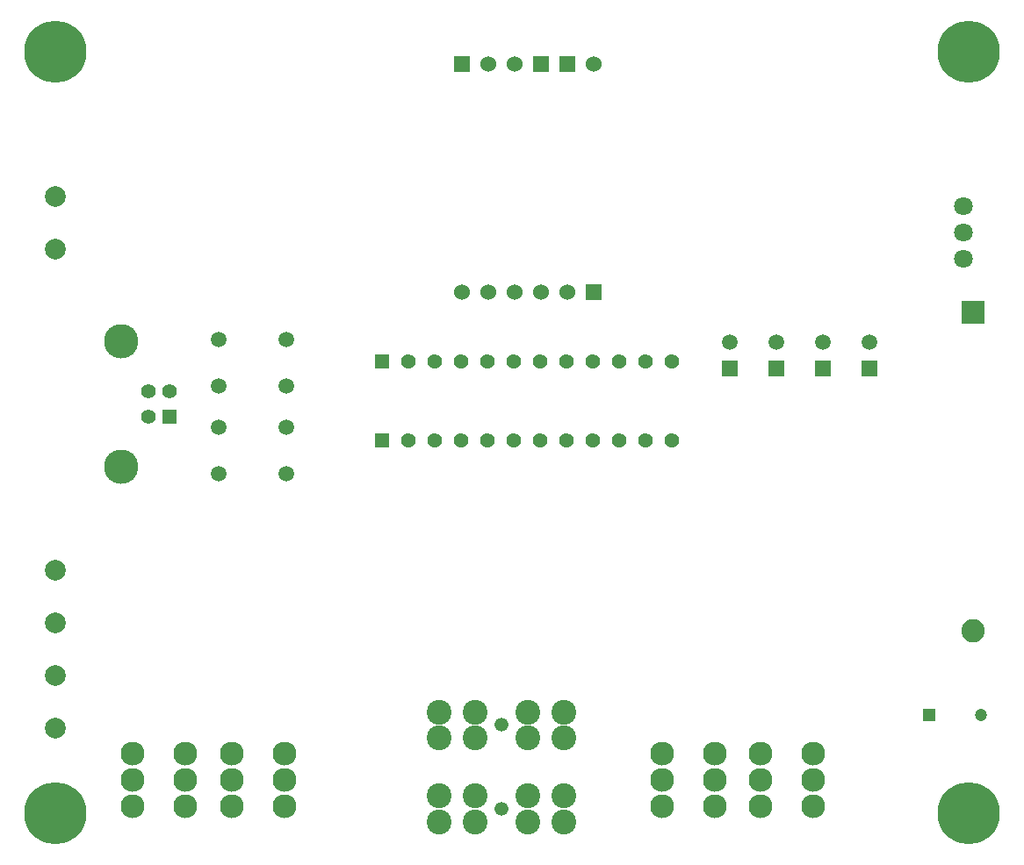
<source format=gbr>
%TF.GenerationSoftware,Altium Limited,Altium Designer,25.2.1 (25)*%
G04 Layer_Color=255*
%FSLAX43Y43*%
%MOMM*%
%TF.SameCoordinates,14BE83A4-B3EB-4770-8DB1-726BE69DDD70*%
%TF.FilePolarity,Positive*%
%TF.FileFunction,Pads,Top*%
%TF.Part,Single*%
G01*
G75*
%TA.AperFunction,ComponentPad*%
%ADD16C,1.500*%
%ADD17R,1.500X1.500*%
%ADD18C,1.524*%
%ADD19R,1.524X1.524*%
%ADD20C,2.300*%
%ADD21C,1.200*%
%ADD22R,1.200X1.200*%
%ADD23C,2.400*%
%ADD24C,1.325*%
%ADD25C,1.800*%
%ADD26C,2.000*%
%ADD27C,1.425*%
%ADD28C,2.250*%
%ADD29R,1.408X1.408*%
%ADD30C,3.316*%
%ADD31C,1.408*%
%TA.AperFunction,ViaPad*%
%ADD32C,6.000*%
%TA.AperFunction,ComponentPad*%
%ADD33R,1.425X1.425*%
%ADD34R,2.250X2.250*%
D16*
X69500Y50000D02*
D03*
X78500D02*
D03*
X83000D02*
D03*
X74000D02*
D03*
X26750Y45750D02*
D03*
X20250D02*
D03*
Y50250D02*
D03*
X26750D02*
D03*
X20250Y41750D02*
D03*
X26750D02*
D03*
X20250Y37250D02*
D03*
X26750D02*
D03*
D17*
X69500Y47460D02*
D03*
X78500D02*
D03*
X83000D02*
D03*
X74000D02*
D03*
D18*
X48768Y54786D02*
D03*
X56388Y76786D02*
D03*
X48768D02*
D03*
X46228D02*
D03*
X53848Y54786D02*
D03*
X51308D02*
D03*
X46228D02*
D03*
X43688D02*
D03*
D19*
X53848Y76786D02*
D03*
X51308D02*
D03*
X43688D02*
D03*
X56388Y54786D02*
D03*
D20*
X17040Y10290D02*
D03*
Y7750D02*
D03*
Y5210D02*
D03*
X11960D02*
D03*
Y7750D02*
D03*
Y10290D02*
D03*
X26540D02*
D03*
Y7750D02*
D03*
Y5210D02*
D03*
X21460D02*
D03*
Y7750D02*
D03*
Y10290D02*
D03*
X68040D02*
D03*
Y7750D02*
D03*
Y5210D02*
D03*
X62960D02*
D03*
Y7750D02*
D03*
Y10290D02*
D03*
X77540D02*
D03*
Y7750D02*
D03*
Y5210D02*
D03*
X72460D02*
D03*
Y7750D02*
D03*
Y10290D02*
D03*
D21*
X93750Y14000D02*
D03*
D22*
X88750D02*
D03*
D23*
X41460Y11750D02*
D03*
Y14250D02*
D03*
X44960Y11750D02*
D03*
Y14250D02*
D03*
X50040Y11750D02*
D03*
Y14250D02*
D03*
X53540Y11750D02*
D03*
Y14250D02*
D03*
X41460Y3660D02*
D03*
Y6160D02*
D03*
X44960Y3660D02*
D03*
Y6160D02*
D03*
X50040Y3660D02*
D03*
Y6160D02*
D03*
X53540Y3660D02*
D03*
Y6160D02*
D03*
D24*
X47500Y13045D02*
D03*
Y4955D02*
D03*
D25*
X92000Y63080D02*
D03*
Y60540D02*
D03*
Y58000D02*
D03*
D26*
X4500Y28000D02*
D03*
Y22920D02*
D03*
Y58920D02*
D03*
Y12760D02*
D03*
Y17840D02*
D03*
Y64000D02*
D03*
D27*
X43620Y40500D02*
D03*
X56320D02*
D03*
X48700Y48120D02*
D03*
X56320D02*
D03*
X58860D02*
D03*
X61400D02*
D03*
X63940D02*
D03*
X53780D02*
D03*
X51240D02*
D03*
X46160D02*
D03*
X43620D02*
D03*
X41080D02*
D03*
X38540D02*
D03*
X58860Y40500D02*
D03*
X61400D02*
D03*
X63940D02*
D03*
X53780D02*
D03*
X51240D02*
D03*
X48700D02*
D03*
X46160D02*
D03*
X41080D02*
D03*
X38540D02*
D03*
D28*
X93000Y22150D02*
D03*
D29*
X15500Y42750D02*
D03*
D30*
X10800Y37980D02*
D03*
Y50020D02*
D03*
D31*
X13500Y42750D02*
D03*
Y45250D02*
D03*
X15500D02*
D03*
D32*
X92500Y78000D02*
D03*
X4500D02*
D03*
Y4500D02*
D03*
X92500D02*
D03*
D33*
X36000Y48120D02*
D03*
Y40500D02*
D03*
D34*
X93000Y52850D02*
D03*
%TF.MD5,f0a42e9d4787675948de119f4f67cc09*%
M02*

</source>
